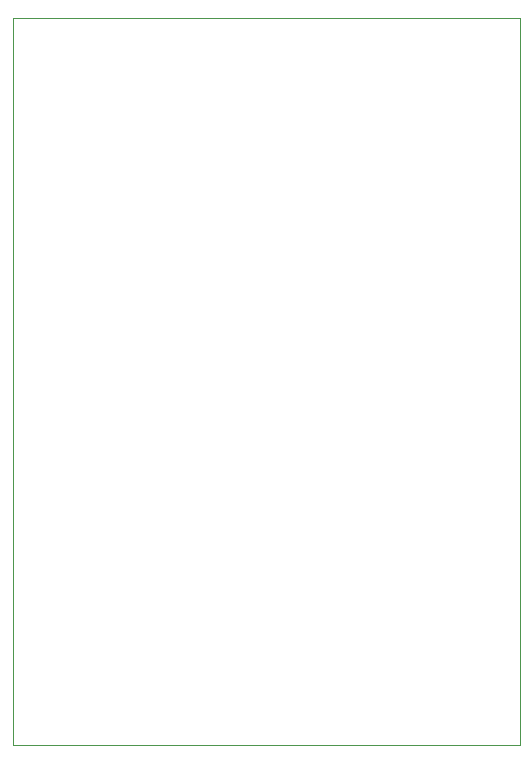
<source format=gbr>
%TF.GenerationSoftware,KiCad,Pcbnew,9.0.2*%
%TF.CreationDate,2025-08-03T00:22:43-03:00*%
%TF.ProjectId,hermes,6865726d-6573-42e6-9b69-6361645f7063,rev?*%
%TF.SameCoordinates,Original*%
%TF.FileFunction,Profile,NP*%
%FSLAX46Y46*%
G04 Gerber Fmt 4.6, Leading zero omitted, Abs format (unit mm)*
G04 Created by KiCad (PCBNEW 9.0.2) date 2025-08-03 00:22:43*
%MOMM*%
%LPD*%
G01*
G04 APERTURE LIST*
%TA.AperFunction,Profile*%
%ADD10C,0.050000*%
%TD*%
G04 APERTURE END LIST*
D10*
X114400000Y-30700000D02*
X157300000Y-30700000D01*
X157300000Y-92200000D01*
X114400000Y-92200000D01*
X114400000Y-30700000D01*
M02*

</source>
